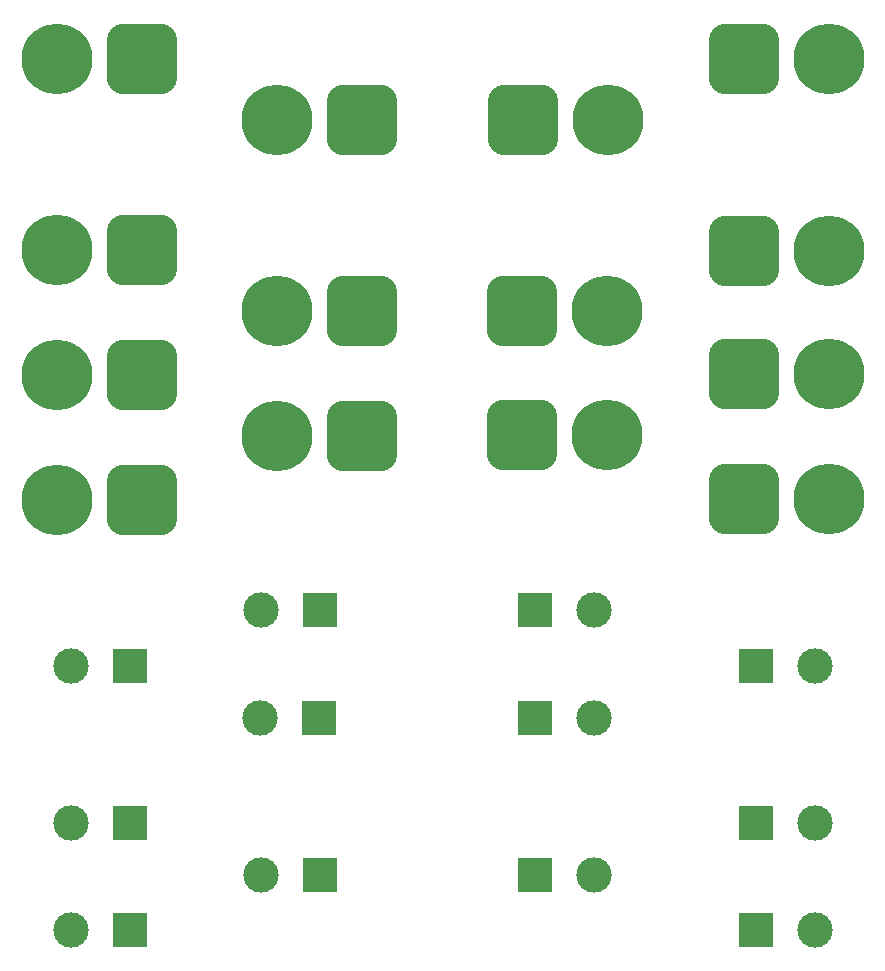
<source format=gbr>
%TF.GenerationSoftware,KiCad,Pcbnew,8.0.4*%
%TF.CreationDate,2024-08-03T01:15:00+02:00*%
%TF.ProjectId,terminal_block,7465726d-696e-4616-9c5f-626c6f636b2e,1*%
%TF.SameCoordinates,Original*%
%TF.FileFunction,Soldermask,Bot*%
%TF.FilePolarity,Negative*%
%FSLAX46Y46*%
G04 Gerber Fmt 4.6, Leading zero omitted, Abs format (unit mm)*
G04 Created by KiCad (PCBNEW 8.0.4) date 2024-08-03 01:15:00*
%MOMM*%
%LPD*%
G01*
G04 APERTURE LIST*
G04 Aperture macros list*
%AMRoundRect*
0 Rectangle with rounded corners*
0 $1 Rounding radius*
0 $2 $3 $4 $5 $6 $7 $8 $9 X,Y pos of 4 corners*
0 Add a 4 corners polygon primitive as box body*
4,1,4,$2,$3,$4,$5,$6,$7,$8,$9,$2,$3,0*
0 Add four circle primitives for the rounded corners*
1,1,$1+$1,$2,$3*
1,1,$1+$1,$4,$5*
1,1,$1+$1,$6,$7*
1,1,$1+$1,$8,$9*
0 Add four rect primitives between the rounded corners*
20,1,$1+$1,$2,$3,$4,$5,0*
20,1,$1+$1,$4,$5,$6,$7,0*
20,1,$1+$1,$6,$7,$8,$9,0*
20,1,$1+$1,$8,$9,$2,$3,0*%
G04 Aperture macros list end*
%ADD10RoundRect,1.500000X-1.500000X-1.500000X1.500000X-1.500000X1.500000X1.500000X-1.500000X1.500000X0*%
%ADD11C,6.000000*%
%ADD12RoundRect,1.500000X1.500000X1.500000X-1.500000X1.500000X-1.500000X-1.500000X1.500000X-1.500000X0*%
%ADD13R,3.000000X3.000000*%
%ADD14C,3.000000*%
G04 APERTURE END LIST*
D10*
%TO.C,J3*%
X147900000Y-91800000D03*
D11*
X155100000Y-91800000D03*
%TD*%
D12*
%TO.C,J4*%
X115700000Y-86700000D03*
D11*
X108500000Y-86700000D03*
%TD*%
D12*
%TO.C,J14*%
X115700000Y-59900000D03*
D11*
X108500000Y-59900000D03*
%TD*%
D13*
%TO.C,J24*%
X114700000Y-124600000D03*
D14*
X109700000Y-124600000D03*
%TD*%
D10*
%TO.C,J13*%
X166700000Y-59900000D03*
D11*
X173900000Y-59900000D03*
%TD*%
D13*
%TO.C,J15*%
X167700000Y-111300000D03*
D14*
X172700000Y-111300000D03*
%TD*%
D12*
%TO.C,J10*%
X134400000Y-91900000D03*
D11*
X127200000Y-91900000D03*
%TD*%
D13*
%TO.C,J20*%
X114700000Y-111300000D03*
D14*
X109700000Y-111300000D03*
%TD*%
D13*
%TO.C,J23*%
X167700000Y-133700000D03*
D14*
X172700000Y-133700000D03*
%TD*%
D13*
%TO.C,J22*%
X167700000Y-124600000D03*
D14*
X172700000Y-124600000D03*
%TD*%
D10*
%TO.C,J7*%
X147900000Y-81300000D03*
D11*
X155100000Y-81300000D03*
%TD*%
D13*
%TO.C,J25*%
X114700000Y-133700000D03*
D14*
X109700000Y-133700000D03*
%TD*%
D12*
%TO.C,J9*%
X115700000Y-76100000D03*
D11*
X108500000Y-76100000D03*
%TD*%
D10*
%TO.C,J1*%
X166700000Y-76200000D03*
D11*
X173900000Y-76200000D03*
%TD*%
D10*
%TO.C,J11*%
X148000000Y-65100000D03*
D11*
X155200000Y-65100000D03*
%TD*%
D12*
%TO.C,J12*%
X134400000Y-65100000D03*
D11*
X127200000Y-65100000D03*
%TD*%
D12*
%TO.C,J8*%
X134400000Y-81300000D03*
D11*
X127200000Y-81300000D03*
%TD*%
D13*
%TO.C,J26*%
X130800000Y-129000000D03*
D14*
X125800000Y-129000000D03*
%TD*%
D13*
%TO.C,J17*%
X149000000Y-115700000D03*
D14*
X154000000Y-115700000D03*
%TD*%
D13*
%TO.C,J18*%
X130800000Y-106600000D03*
D14*
X125800000Y-106600000D03*
%TD*%
D13*
%TO.C,J21*%
X149000000Y-129000000D03*
D14*
X154000000Y-129000000D03*
%TD*%
D13*
%TO.C,J19*%
X130700000Y-115700000D03*
D14*
X125700000Y-115700000D03*
%TD*%
D13*
%TO.C,J16*%
X149000000Y-106600000D03*
D14*
X154000000Y-106600000D03*
%TD*%
D12*
%TO.C,J6*%
X115700000Y-97300000D03*
D11*
X108500000Y-97300000D03*
%TD*%
D10*
%TO.C,J5*%
X166700000Y-97200000D03*
D11*
X173900000Y-97200000D03*
%TD*%
D10*
%TO.C,J2*%
X166700000Y-86600000D03*
D11*
X173900000Y-86600000D03*
%TD*%
M02*

</source>
